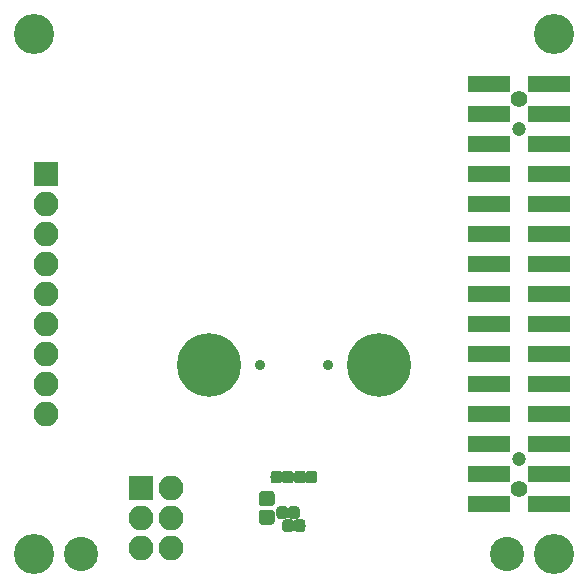
<source format=gbs>
G04 #@! TF.GenerationSoftware,KiCad,Pcbnew,(5.0.0)*
G04 #@! TF.CreationDate,2018-09-04T03:51:54+09:00*
G04 #@! TF.ProjectId,M5Stack_WiSUN,4D35537461636B5F576953554E2E6B69,rev?*
G04 #@! TF.SameCoordinates,PX989680PY55d4a80*
G04 #@! TF.FileFunction,Soldermask,Bot*
G04 #@! TF.FilePolarity,Negative*
%FSLAX46Y46*%
G04 Gerber Fmt 4.6, Leading zero omitted, Abs format (unit mm)*
G04 Created by KiCad (PCBNEW (5.0.0)) date 09/04/18 03:51:54*
%MOMM*%
%LPD*%
G01*
G04 APERTURE LIST*
%ADD10C,5.400000*%
%ADD11C,0.900000*%
%ADD12C,1.400000*%
%ADD13R,3.550000X1.400000*%
%ADD14C,1.200000*%
%ADD15C,3.400000*%
%ADD16C,2.900000*%
%ADD17R,2.100000X2.100000*%
%ADD18O,2.100000X2.100000*%
%ADD19C,0.100000*%
%ADD20C,0.990000*%
%ADD21C,1.275000*%
G04 APERTURE END LIST*
D10*
G04 #@! TO.C,U1*
X17800000Y19000000D03*
X32200000Y19000000D03*
D11*
X22150000Y19000000D03*
X27850000Y19000000D03*
G04 #@! TD*
D12*
G04 #@! TO.C,J2*
X44050000Y8490000D03*
X44050000Y41510000D03*
D13*
X46575000Y42780000D03*
X41525000Y42780000D03*
X46575000Y40240000D03*
X41525000Y40240000D03*
X46575000Y37700000D03*
X41525000Y37700000D03*
X46575000Y35160000D03*
X41525000Y35160000D03*
X46575000Y32620000D03*
X41525000Y32620000D03*
X46575000Y30080000D03*
X41525000Y30080000D03*
X46575000Y27540000D03*
X41525000Y27540000D03*
X46575000Y25000000D03*
X41525000Y25000000D03*
X46575000Y22460000D03*
X41525000Y22460000D03*
X46575000Y19920000D03*
X41525000Y19920000D03*
X46575000Y17380000D03*
X41525000Y17380000D03*
X46575000Y14840000D03*
X41525000Y14840000D03*
X46575000Y12300000D03*
X41525000Y12300000D03*
X46575000Y9760000D03*
X41525000Y9760000D03*
X46575000Y7220000D03*
X41525000Y7220000D03*
G04 #@! TD*
D14*
G04 #@! TO.C,J1*
X44050000Y11030000D03*
X44050000Y38970000D03*
G04 #@! TD*
D15*
G04 #@! TO.C,MH1*
X3000000Y3000000D03*
G04 #@! TD*
G04 #@! TO.C,MH2*
X47000000Y3000000D03*
G04 #@! TD*
G04 #@! TO.C,MH3*
X3000000Y47000000D03*
G04 #@! TD*
G04 #@! TO.C,MH4*
X47000000Y47000000D03*
G04 #@! TD*
D16*
G04 #@! TO.C,MH5*
X7000000Y3000000D03*
G04 #@! TD*
G04 #@! TO.C,MH6*
X43000000Y3000000D03*
G04 #@! TD*
D17*
G04 #@! TO.C,J3*
X4000000Y35160000D03*
D18*
X4000000Y32620000D03*
X4000000Y30080000D03*
X4000000Y27540000D03*
X4000000Y25000000D03*
X4000000Y22460000D03*
X4000000Y19920000D03*
X4000000Y17380000D03*
X4000000Y14840000D03*
G04 #@! TD*
D19*
G04 #@! TO.C,C1*
G36*
X25756759Y5918808D02*
X25780785Y5915244D01*
X25804345Y5909343D01*
X25827214Y5901160D01*
X25849171Y5890776D01*
X25870004Y5878289D01*
X25889512Y5863820D01*
X25907509Y5847509D01*
X25923820Y5829512D01*
X25938289Y5810004D01*
X25950776Y5789171D01*
X25961160Y5767214D01*
X25969343Y5744345D01*
X25975244Y5720785D01*
X25978808Y5696759D01*
X25980000Y5672500D01*
X25980000Y5127500D01*
X25978808Y5103241D01*
X25975244Y5079215D01*
X25969343Y5055655D01*
X25961160Y5032786D01*
X25950776Y5010829D01*
X25938289Y4989996D01*
X25923820Y4970488D01*
X25907509Y4952491D01*
X25889512Y4936180D01*
X25870004Y4921711D01*
X25849171Y4909224D01*
X25827214Y4898840D01*
X25804345Y4890657D01*
X25780785Y4884756D01*
X25756759Y4881192D01*
X25732500Y4880000D01*
X25237500Y4880000D01*
X25213241Y4881192D01*
X25189215Y4884756D01*
X25165655Y4890657D01*
X25142786Y4898840D01*
X25120829Y4909224D01*
X25099996Y4921711D01*
X25080488Y4936180D01*
X25062491Y4952491D01*
X25046180Y4970488D01*
X25031711Y4989996D01*
X25019224Y5010829D01*
X25008840Y5032786D01*
X25000657Y5055655D01*
X24994756Y5079215D01*
X24991192Y5103241D01*
X24990000Y5127500D01*
X24990000Y5672500D01*
X24991192Y5696759D01*
X24994756Y5720785D01*
X25000657Y5744345D01*
X25008840Y5767214D01*
X25019224Y5789171D01*
X25031711Y5810004D01*
X25046180Y5829512D01*
X25062491Y5847509D01*
X25080488Y5863820D01*
X25099996Y5878289D01*
X25120829Y5890776D01*
X25142786Y5901160D01*
X25165655Y5909343D01*
X25189215Y5915244D01*
X25213241Y5918808D01*
X25237500Y5920000D01*
X25732500Y5920000D01*
X25756759Y5918808D01*
X25756759Y5918808D01*
G37*
D20*
X25485000Y5400000D03*
D19*
G36*
X24786759Y5918808D02*
X24810785Y5915244D01*
X24834345Y5909343D01*
X24857214Y5901160D01*
X24879171Y5890776D01*
X24900004Y5878289D01*
X24919512Y5863820D01*
X24937509Y5847509D01*
X24953820Y5829512D01*
X24968289Y5810004D01*
X24980776Y5789171D01*
X24991160Y5767214D01*
X24999343Y5744345D01*
X25005244Y5720785D01*
X25008808Y5696759D01*
X25010000Y5672500D01*
X25010000Y5127500D01*
X25008808Y5103241D01*
X25005244Y5079215D01*
X24999343Y5055655D01*
X24991160Y5032786D01*
X24980776Y5010829D01*
X24968289Y4989996D01*
X24953820Y4970488D01*
X24937509Y4952491D01*
X24919512Y4936180D01*
X24900004Y4921711D01*
X24879171Y4909224D01*
X24857214Y4898840D01*
X24834345Y4890657D01*
X24810785Y4884756D01*
X24786759Y4881192D01*
X24762500Y4880000D01*
X24267500Y4880000D01*
X24243241Y4881192D01*
X24219215Y4884756D01*
X24195655Y4890657D01*
X24172786Y4898840D01*
X24150829Y4909224D01*
X24129996Y4921711D01*
X24110488Y4936180D01*
X24092491Y4952491D01*
X24076180Y4970488D01*
X24061711Y4989996D01*
X24049224Y5010829D01*
X24038840Y5032786D01*
X24030657Y5055655D01*
X24024756Y5079215D01*
X24021192Y5103241D01*
X24020000Y5127500D01*
X24020000Y5672500D01*
X24021192Y5696759D01*
X24024756Y5720785D01*
X24030657Y5744345D01*
X24038840Y5767214D01*
X24049224Y5789171D01*
X24061711Y5810004D01*
X24076180Y5829512D01*
X24092491Y5847509D01*
X24110488Y5863820D01*
X24129996Y5878289D01*
X24150829Y5890776D01*
X24172786Y5901160D01*
X24195655Y5909343D01*
X24219215Y5915244D01*
X24243241Y5918808D01*
X24267500Y5920000D01*
X24762500Y5920000D01*
X24786759Y5918808D01*
X24786759Y5918808D01*
G37*
D20*
X24515000Y5400000D03*
G04 #@! TD*
D19*
G04 #@! TO.C,C2*
G36*
X24286759Y7018808D02*
X24310785Y7015244D01*
X24334345Y7009343D01*
X24357214Y7001160D01*
X24379171Y6990776D01*
X24400004Y6978289D01*
X24419512Y6963820D01*
X24437509Y6947509D01*
X24453820Y6929512D01*
X24468289Y6910004D01*
X24480776Y6889171D01*
X24491160Y6867214D01*
X24499343Y6844345D01*
X24505244Y6820785D01*
X24508808Y6796759D01*
X24510000Y6772500D01*
X24510000Y6227500D01*
X24508808Y6203241D01*
X24505244Y6179215D01*
X24499343Y6155655D01*
X24491160Y6132786D01*
X24480776Y6110829D01*
X24468289Y6089996D01*
X24453820Y6070488D01*
X24437509Y6052491D01*
X24419512Y6036180D01*
X24400004Y6021711D01*
X24379171Y6009224D01*
X24357214Y5998840D01*
X24334345Y5990657D01*
X24310785Y5984756D01*
X24286759Y5981192D01*
X24262500Y5980000D01*
X23767500Y5980000D01*
X23743241Y5981192D01*
X23719215Y5984756D01*
X23695655Y5990657D01*
X23672786Y5998840D01*
X23650829Y6009224D01*
X23629996Y6021711D01*
X23610488Y6036180D01*
X23592491Y6052491D01*
X23576180Y6070488D01*
X23561711Y6089996D01*
X23549224Y6110829D01*
X23538840Y6132786D01*
X23530657Y6155655D01*
X23524756Y6179215D01*
X23521192Y6203241D01*
X23520000Y6227500D01*
X23520000Y6772500D01*
X23521192Y6796759D01*
X23524756Y6820785D01*
X23530657Y6844345D01*
X23538840Y6867214D01*
X23549224Y6889171D01*
X23561711Y6910004D01*
X23576180Y6929512D01*
X23592491Y6947509D01*
X23610488Y6963820D01*
X23629996Y6978289D01*
X23650829Y6990776D01*
X23672786Y7001160D01*
X23695655Y7009343D01*
X23719215Y7015244D01*
X23743241Y7018808D01*
X23767500Y7020000D01*
X24262500Y7020000D01*
X24286759Y7018808D01*
X24286759Y7018808D01*
G37*
D20*
X24015000Y6500000D03*
D19*
G36*
X25256759Y7018808D02*
X25280785Y7015244D01*
X25304345Y7009343D01*
X25327214Y7001160D01*
X25349171Y6990776D01*
X25370004Y6978289D01*
X25389512Y6963820D01*
X25407509Y6947509D01*
X25423820Y6929512D01*
X25438289Y6910004D01*
X25450776Y6889171D01*
X25461160Y6867214D01*
X25469343Y6844345D01*
X25475244Y6820785D01*
X25478808Y6796759D01*
X25480000Y6772500D01*
X25480000Y6227500D01*
X25478808Y6203241D01*
X25475244Y6179215D01*
X25469343Y6155655D01*
X25461160Y6132786D01*
X25450776Y6110829D01*
X25438289Y6089996D01*
X25423820Y6070488D01*
X25407509Y6052491D01*
X25389512Y6036180D01*
X25370004Y6021711D01*
X25349171Y6009224D01*
X25327214Y5998840D01*
X25304345Y5990657D01*
X25280785Y5984756D01*
X25256759Y5981192D01*
X25232500Y5980000D01*
X24737500Y5980000D01*
X24713241Y5981192D01*
X24689215Y5984756D01*
X24665655Y5990657D01*
X24642786Y5998840D01*
X24620829Y6009224D01*
X24599996Y6021711D01*
X24580488Y6036180D01*
X24562491Y6052491D01*
X24546180Y6070488D01*
X24531711Y6089996D01*
X24519224Y6110829D01*
X24508840Y6132786D01*
X24500657Y6155655D01*
X24494756Y6179215D01*
X24491192Y6203241D01*
X24490000Y6227500D01*
X24490000Y6772500D01*
X24491192Y6796759D01*
X24494756Y6820785D01*
X24500657Y6844345D01*
X24508840Y6867214D01*
X24519224Y6889171D01*
X24531711Y6910004D01*
X24546180Y6929512D01*
X24562491Y6947509D01*
X24580488Y6963820D01*
X24599996Y6978289D01*
X24620829Y6990776D01*
X24642786Y7001160D01*
X24665655Y7009343D01*
X24689215Y7015244D01*
X24713241Y7018808D01*
X24737500Y7020000D01*
X25232500Y7020000D01*
X25256759Y7018808D01*
X25256759Y7018808D01*
G37*
D20*
X24985000Y6500000D03*
G04 #@! TD*
D19*
G04 #@! TO.C,C3*
G36*
X24756759Y10018808D02*
X24780785Y10015244D01*
X24804345Y10009343D01*
X24827214Y10001160D01*
X24849171Y9990776D01*
X24870004Y9978289D01*
X24889512Y9963820D01*
X24907509Y9947509D01*
X24923820Y9929512D01*
X24938289Y9910004D01*
X24950776Y9889171D01*
X24961160Y9867214D01*
X24969343Y9844345D01*
X24975244Y9820785D01*
X24978808Y9796759D01*
X24980000Y9772500D01*
X24980000Y9227500D01*
X24978808Y9203241D01*
X24975244Y9179215D01*
X24969343Y9155655D01*
X24961160Y9132786D01*
X24950776Y9110829D01*
X24938289Y9089996D01*
X24923820Y9070488D01*
X24907509Y9052491D01*
X24889512Y9036180D01*
X24870004Y9021711D01*
X24849171Y9009224D01*
X24827214Y8998840D01*
X24804345Y8990657D01*
X24780785Y8984756D01*
X24756759Y8981192D01*
X24732500Y8980000D01*
X24237500Y8980000D01*
X24213241Y8981192D01*
X24189215Y8984756D01*
X24165655Y8990657D01*
X24142786Y8998840D01*
X24120829Y9009224D01*
X24099996Y9021711D01*
X24080488Y9036180D01*
X24062491Y9052491D01*
X24046180Y9070488D01*
X24031711Y9089996D01*
X24019224Y9110829D01*
X24008840Y9132786D01*
X24000657Y9155655D01*
X23994756Y9179215D01*
X23991192Y9203241D01*
X23990000Y9227500D01*
X23990000Y9772500D01*
X23991192Y9796759D01*
X23994756Y9820785D01*
X24000657Y9844345D01*
X24008840Y9867214D01*
X24019224Y9889171D01*
X24031711Y9910004D01*
X24046180Y9929512D01*
X24062491Y9947509D01*
X24080488Y9963820D01*
X24099996Y9978289D01*
X24120829Y9990776D01*
X24142786Y10001160D01*
X24165655Y10009343D01*
X24189215Y10015244D01*
X24213241Y10018808D01*
X24237500Y10020000D01*
X24732500Y10020000D01*
X24756759Y10018808D01*
X24756759Y10018808D01*
G37*
D20*
X24485000Y9500000D03*
D19*
G36*
X23786759Y10018808D02*
X23810785Y10015244D01*
X23834345Y10009343D01*
X23857214Y10001160D01*
X23879171Y9990776D01*
X23900004Y9978289D01*
X23919512Y9963820D01*
X23937509Y9947509D01*
X23953820Y9929512D01*
X23968289Y9910004D01*
X23980776Y9889171D01*
X23991160Y9867214D01*
X23999343Y9844345D01*
X24005244Y9820785D01*
X24008808Y9796759D01*
X24010000Y9772500D01*
X24010000Y9227500D01*
X24008808Y9203241D01*
X24005244Y9179215D01*
X23999343Y9155655D01*
X23991160Y9132786D01*
X23980776Y9110829D01*
X23968289Y9089996D01*
X23953820Y9070488D01*
X23937509Y9052491D01*
X23919512Y9036180D01*
X23900004Y9021711D01*
X23879171Y9009224D01*
X23857214Y8998840D01*
X23834345Y8990657D01*
X23810785Y8984756D01*
X23786759Y8981192D01*
X23762500Y8980000D01*
X23267500Y8980000D01*
X23243241Y8981192D01*
X23219215Y8984756D01*
X23195655Y8990657D01*
X23172786Y8998840D01*
X23150829Y9009224D01*
X23129996Y9021711D01*
X23110488Y9036180D01*
X23092491Y9052491D01*
X23076180Y9070488D01*
X23061711Y9089996D01*
X23049224Y9110829D01*
X23038840Y9132786D01*
X23030657Y9155655D01*
X23024756Y9179215D01*
X23021192Y9203241D01*
X23020000Y9227500D01*
X23020000Y9772500D01*
X23021192Y9796759D01*
X23024756Y9820785D01*
X23030657Y9844345D01*
X23038840Y9867214D01*
X23049224Y9889171D01*
X23061711Y9910004D01*
X23076180Y9929512D01*
X23092491Y9947509D01*
X23110488Y9963820D01*
X23129996Y9978289D01*
X23150829Y9990776D01*
X23172786Y10001160D01*
X23195655Y10009343D01*
X23219215Y10015244D01*
X23243241Y10018808D01*
X23267500Y10020000D01*
X23762500Y10020000D01*
X23786759Y10018808D01*
X23786759Y10018808D01*
G37*
D20*
X23515000Y9500000D03*
G04 #@! TD*
D19*
G04 #@! TO.C,C4*
G36*
X25786759Y10018808D02*
X25810785Y10015244D01*
X25834345Y10009343D01*
X25857214Y10001160D01*
X25879171Y9990776D01*
X25900004Y9978289D01*
X25919512Y9963820D01*
X25937509Y9947509D01*
X25953820Y9929512D01*
X25968289Y9910004D01*
X25980776Y9889171D01*
X25991160Y9867214D01*
X25999343Y9844345D01*
X26005244Y9820785D01*
X26008808Y9796759D01*
X26010000Y9772500D01*
X26010000Y9227500D01*
X26008808Y9203241D01*
X26005244Y9179215D01*
X25999343Y9155655D01*
X25991160Y9132786D01*
X25980776Y9110829D01*
X25968289Y9089996D01*
X25953820Y9070488D01*
X25937509Y9052491D01*
X25919512Y9036180D01*
X25900004Y9021711D01*
X25879171Y9009224D01*
X25857214Y8998840D01*
X25834345Y8990657D01*
X25810785Y8984756D01*
X25786759Y8981192D01*
X25762500Y8980000D01*
X25267500Y8980000D01*
X25243241Y8981192D01*
X25219215Y8984756D01*
X25195655Y8990657D01*
X25172786Y8998840D01*
X25150829Y9009224D01*
X25129996Y9021711D01*
X25110488Y9036180D01*
X25092491Y9052491D01*
X25076180Y9070488D01*
X25061711Y9089996D01*
X25049224Y9110829D01*
X25038840Y9132786D01*
X25030657Y9155655D01*
X25024756Y9179215D01*
X25021192Y9203241D01*
X25020000Y9227500D01*
X25020000Y9772500D01*
X25021192Y9796759D01*
X25024756Y9820785D01*
X25030657Y9844345D01*
X25038840Y9867214D01*
X25049224Y9889171D01*
X25061711Y9910004D01*
X25076180Y9929512D01*
X25092491Y9947509D01*
X25110488Y9963820D01*
X25129996Y9978289D01*
X25150829Y9990776D01*
X25172786Y10001160D01*
X25195655Y10009343D01*
X25219215Y10015244D01*
X25243241Y10018808D01*
X25267500Y10020000D01*
X25762500Y10020000D01*
X25786759Y10018808D01*
X25786759Y10018808D01*
G37*
D20*
X25515000Y9500000D03*
D19*
G36*
X26756759Y10018808D02*
X26780785Y10015244D01*
X26804345Y10009343D01*
X26827214Y10001160D01*
X26849171Y9990776D01*
X26870004Y9978289D01*
X26889512Y9963820D01*
X26907509Y9947509D01*
X26923820Y9929512D01*
X26938289Y9910004D01*
X26950776Y9889171D01*
X26961160Y9867214D01*
X26969343Y9844345D01*
X26975244Y9820785D01*
X26978808Y9796759D01*
X26980000Y9772500D01*
X26980000Y9227500D01*
X26978808Y9203241D01*
X26975244Y9179215D01*
X26969343Y9155655D01*
X26961160Y9132786D01*
X26950776Y9110829D01*
X26938289Y9089996D01*
X26923820Y9070488D01*
X26907509Y9052491D01*
X26889512Y9036180D01*
X26870004Y9021711D01*
X26849171Y9009224D01*
X26827214Y8998840D01*
X26804345Y8990657D01*
X26780785Y8984756D01*
X26756759Y8981192D01*
X26732500Y8980000D01*
X26237500Y8980000D01*
X26213241Y8981192D01*
X26189215Y8984756D01*
X26165655Y8990657D01*
X26142786Y8998840D01*
X26120829Y9009224D01*
X26099996Y9021711D01*
X26080488Y9036180D01*
X26062491Y9052491D01*
X26046180Y9070488D01*
X26031711Y9089996D01*
X26019224Y9110829D01*
X26008840Y9132786D01*
X26000657Y9155655D01*
X25994756Y9179215D01*
X25991192Y9203241D01*
X25990000Y9227500D01*
X25990000Y9772500D01*
X25991192Y9796759D01*
X25994756Y9820785D01*
X26000657Y9844345D01*
X26008840Y9867214D01*
X26019224Y9889171D01*
X26031711Y9910004D01*
X26046180Y9929512D01*
X26062491Y9947509D01*
X26080488Y9963820D01*
X26099996Y9978289D01*
X26120829Y9990776D01*
X26142786Y10001160D01*
X26165655Y10009343D01*
X26189215Y10015244D01*
X26213241Y10018808D01*
X26237500Y10020000D01*
X26732500Y10020000D01*
X26756759Y10018808D01*
X26756759Y10018808D01*
G37*
D20*
X26485000Y9500000D03*
G04 #@! TD*
D19*
G04 #@! TO.C,L1*
G36*
X23087493Y6748465D02*
X23118435Y6743875D01*
X23148778Y6736275D01*
X23178230Y6725737D01*
X23206508Y6712362D01*
X23233338Y6696281D01*
X23258463Y6677647D01*
X23281640Y6656640D01*
X23302647Y6633463D01*
X23321281Y6608338D01*
X23337362Y6581508D01*
X23350737Y6553230D01*
X23361275Y6523778D01*
X23368875Y6493435D01*
X23373465Y6462493D01*
X23375000Y6431250D01*
X23375000Y5793750D01*
X23373465Y5762507D01*
X23368875Y5731565D01*
X23361275Y5701222D01*
X23350737Y5671770D01*
X23337362Y5643492D01*
X23321281Y5616662D01*
X23302647Y5591537D01*
X23281640Y5568360D01*
X23258463Y5547353D01*
X23233338Y5528719D01*
X23206508Y5512638D01*
X23178230Y5499263D01*
X23148778Y5488725D01*
X23118435Y5481125D01*
X23087493Y5476535D01*
X23056250Y5475000D01*
X22343750Y5475000D01*
X22312507Y5476535D01*
X22281565Y5481125D01*
X22251222Y5488725D01*
X22221770Y5499263D01*
X22193492Y5512638D01*
X22166662Y5528719D01*
X22141537Y5547353D01*
X22118360Y5568360D01*
X22097353Y5591537D01*
X22078719Y5616662D01*
X22062638Y5643492D01*
X22049263Y5671770D01*
X22038725Y5701222D01*
X22031125Y5731565D01*
X22026535Y5762507D01*
X22025000Y5793750D01*
X22025000Y6431250D01*
X22026535Y6462493D01*
X22031125Y6493435D01*
X22038725Y6523778D01*
X22049263Y6553230D01*
X22062638Y6581508D01*
X22078719Y6608338D01*
X22097353Y6633463D01*
X22118360Y6656640D01*
X22141537Y6677647D01*
X22166662Y6696281D01*
X22193492Y6712362D01*
X22221770Y6725737D01*
X22251222Y6736275D01*
X22281565Y6743875D01*
X22312507Y6748465D01*
X22343750Y6750000D01*
X23056250Y6750000D01*
X23087493Y6748465D01*
X23087493Y6748465D01*
G37*
D21*
X22700000Y6112500D03*
D19*
G36*
X23087493Y8323465D02*
X23118435Y8318875D01*
X23148778Y8311275D01*
X23178230Y8300737D01*
X23206508Y8287362D01*
X23233338Y8271281D01*
X23258463Y8252647D01*
X23281640Y8231640D01*
X23302647Y8208463D01*
X23321281Y8183338D01*
X23337362Y8156508D01*
X23350737Y8128230D01*
X23361275Y8098778D01*
X23368875Y8068435D01*
X23373465Y8037493D01*
X23375000Y8006250D01*
X23375000Y7368750D01*
X23373465Y7337507D01*
X23368875Y7306565D01*
X23361275Y7276222D01*
X23350737Y7246770D01*
X23337362Y7218492D01*
X23321281Y7191662D01*
X23302647Y7166537D01*
X23281640Y7143360D01*
X23258463Y7122353D01*
X23233338Y7103719D01*
X23206508Y7087638D01*
X23178230Y7074263D01*
X23148778Y7063725D01*
X23118435Y7056125D01*
X23087493Y7051535D01*
X23056250Y7050000D01*
X22343750Y7050000D01*
X22312507Y7051535D01*
X22281565Y7056125D01*
X22251222Y7063725D01*
X22221770Y7074263D01*
X22193492Y7087638D01*
X22166662Y7103719D01*
X22141537Y7122353D01*
X22118360Y7143360D01*
X22097353Y7166537D01*
X22078719Y7191662D01*
X22062638Y7218492D01*
X22049263Y7246770D01*
X22038725Y7276222D01*
X22031125Y7306565D01*
X22026535Y7337507D01*
X22025000Y7368750D01*
X22025000Y8006250D01*
X22026535Y8037493D01*
X22031125Y8068435D01*
X22038725Y8098778D01*
X22049263Y8128230D01*
X22062638Y8156508D01*
X22078719Y8183338D01*
X22097353Y8208463D01*
X22118360Y8231640D01*
X22141537Y8252647D01*
X22166662Y8271281D01*
X22193492Y8287362D01*
X22221770Y8300737D01*
X22251222Y8311275D01*
X22281565Y8318875D01*
X22312507Y8323465D01*
X22343750Y8325000D01*
X23056250Y8325000D01*
X23087493Y8323465D01*
X23087493Y8323465D01*
G37*
D21*
X22700000Y7687500D03*
G04 #@! TD*
D17*
G04 #@! TO.C,J4*
X12050000Y8550000D03*
D18*
X14590000Y8550000D03*
X12050000Y6010000D03*
X14590000Y6010000D03*
X12050000Y3470000D03*
X14590000Y3470000D03*
G04 #@! TD*
M02*

</source>
